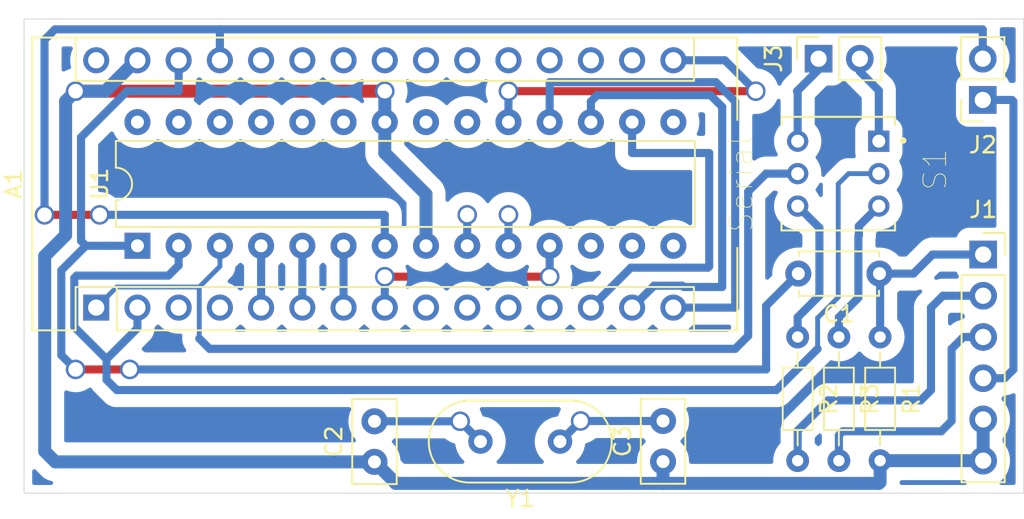
<source format=kicad_pcb>
(kicad_pcb (version 20240108) (generator "pcbnew") (generator_version "8.0")
  (layers (0 "F.Cu" signal) (31 "B.Cu" signal) (34 "B.Paste" user) (35 "F.Paste" user) (36 "B.SilkS" user "B.Silkscreen") (37 "F.SilkS" user "F.Silkscreen") (38 "B.Mask" user) (39 "F.Mask" user) (44 "Edge.Cuts" user))
  (net 0 "")
  (net 4 "Net-(A1-D5)")
  (net 6 "Net-(A1-D12)")
  (net 10 "Net-(A1-D13)")
  (net 12 "Net-(A1-D3)")
  (net 13 "Net-(A1-D4)")
  (net 14 "Net-(A1-D10)")
  (net 18 "Net-(A1-D11)")
  (net 19 "Net-(A1-D2)")
  (net 24 "/RX")
  (net 25 "/TX")
  (net 26 "/DTR")
  (net 27 "/+5v")
  (net 30 "Net-(U1-~{RESET}{slash}PC6)")
  (net 31 "Net-(A1-+5V)")
  (net 32 "GND")
  (net 33 "Net-(U1-XTAL1{slash}PB6)")
  (net 34 "Net-(U1-XTAL2{slash}PB7)")
  (net 35 "Net-(R2-Pad1)")
  (net 36 "Net-(R3-Pad1)")
  (net 49 "/RX0")
  (net 50 "/TX0")
  (net 51 "/RX1")
  (net 52 "/TX1")
  (footprint "Module:Arduino_Nano" (layer "F.Cu") (at 111.125 48.26 90)
    (property "Reference" "A1" (at 7.62 -5.08 90) (layer "F.SilkS"))
    (property "Value" "Arduino_Nano_v2.x")
    (fp_line (start 16.64 -3.94) (end -1.4 -3.94) (stroke (width 0.12)) (layer "F.SilkS"))
    (fp_line (start -1.4 -3.94) (end -1.4 -1.27) (stroke (width 0.12)) (layer "F.SilkS"))
    (fp_line (start 13.97 -1.27) (end 16.64 -1.27) (stroke (width 0.12)) (layer "F.SilkS"))
    (fp_line (start 13.97 -1.27) (end 13.97 36.83) (stroke (width 0.12)) (layer "F.SilkS"))
    (fp_line (start 1.27 -1.27) (end -1.4 -1.27) (stroke (width 0.12)) (layer "F.SilkS"))
    (fp_line (start 1.27 1.27) (end 1.27 -1.27) (stroke (width 0.12)) (layer "F.SilkS"))
    (fp_line (start 1.27 1.27) (end -1.4 1.27) (stroke (width 0.12)) (layer "F.SilkS"))
    (fp_line (start 1.27 1.27) (end 1.27 36.83) (stroke (width 0.12)) (layer "F.SilkS"))
    (fp_line (start -1.4 1.27) (end -1.4 39.5) (stroke (width 0.12)) (layer "F.SilkS"))
    (fp_line (start 13.97 36.83) (end 16.64 36.83) (stroke (width 0.12)) (layer "F.SilkS"))
    (fp_line (start 1.27 36.83) (end -1.4 36.83) (stroke (width 0.12)) (layer "F.SilkS"))
    (fp_line (start 16.64 39.5) (end 16.64 -3.94) (stroke (width 0.12)) (layer "F.SilkS"))
    (fp_line (start 16.64 39.5) (end 11.56 39.5) (stroke (width 0.12)) (layer "F.SilkS"))
    (fp_line (start -1.4 39.5) (end 3.68 39.5) (stroke (width 0.12)) (layer "F.SilkS"))
    (pad "1" thru_hole rect (at 0 0 90) (size 1.6 1.6) (drill 1) (layers "*.Cu" "*.Mask") (net 25 "/TX"))
    (pad "2" thru_hole oval (at 0 2.54 90) (size 1.6 1.6) (drill 1) (layers "*.Cu" "*.Mask") (net 24 "/RX"))
    (pad "3" thru_hole oval (at 0 5.08 90) (size 1.6 1.6) (drill 1) (layers "*.Cu" "*.Mask"))
    (pad "4" thru_hole oval (at 0 7.62 90) (size 1.6 1.6) (drill 1) (layers "*.Cu" "*.Mask"))
    (pad "5" thru_hole oval (at 0 10.16 90) (size 1.6 1.6) (drill 1) (layers "*.Cu" "*.Mask") (net 19 "Net-(A1-D2)"))
    (pad "6" thru_hole oval (at 0 12.7 90) (size 1.6 1.6) (drill 1) (layers "*.Cu" "*.Mask") (net 12 "Net-(A1-D3)"))
    (pad "7" thru_hole oval (at 0 15.24 90) (size 1.6 1.6) (drill 1) (layers "*.Cu" "*.Mask") (net 13 "Net-(A1-D4)"))
    (pad "8" thru_hole oval (at 0 17.78 90) (size 1.6 1.6) (drill 1) (layers "*.Cu" "*.Mask") (net 4 "Net-(A1-D5)"))
    (pad "9" thru_hole oval (at 0 20.32 90) (size 1.6 1.6) (drill 1) (layers "*.Cu" "*.Mask"))
    (pad "10" thru_hole oval (at 0 22.86 90) (size 1.6 1.6) (drill 1) (layers "*.Cu" "*.Mask"))
    (pad "11" thru_hole oval (at 0 25.4 90) (size 1.6 1.6) (drill 1) (layers "*.Cu" "*.Mask"))
    (pad "12" thru_hole oval (at 0 27.94 90) (size 1.6 1.6) (drill 1) (layers "*.Cu" "*.Mask"))
    (pad "13" thru_hole oval (at 0 30.48 90) (size 1.6 1.6) (drill 1) (layers "*.Cu" "*.Mask") (net 14 "Net-(A1-D10)"))
    (pad "14" thru_hole oval (at 0 33.02 90) (size 1.6 1.6) (drill 1) (layers "*.Cu" "*.Mask") (net 18 "Net-(A1-D11)"))
    (pad "15" thru_hole oval (at 0 35.56 90) (size 1.6 1.6) (drill 1) (layers "*.Cu" "*.Mask") (net 6 "Net-(A1-D12)"))
    (pad "16" thru_hole oval (at 15.24 35.56 90) (size 1.6 1.6) (drill 1) (layers "*.Cu" "*.Mask") (net 10 "Net-(A1-D13)"))
    (pad "17" thru_hole oval (at 15.24 33.02 90) (size 1.6 1.6) (drill 1) (layers "*.Cu" "*.Mask"))
    (pad "18" thru_hole oval (at 15.24 30.48 90) (size 1.6 1.6) (drill 1) (layers "*.Cu" "*.Mask"))
    (pad "19" thru_hole oval (at 15.24 27.94 90) (size 1.6 1.6) (drill 1) (layers "*.Cu" "*.Mask"))
    (pad "20" thru_hole oval (at 15.24 25.4 90) (size 1.6 1.6) (drill 1) (layers "*.Cu" "*.Mask"))
    (pad "21" thru_hole oval (at 15.24 22.86 90) (size 1.6 1.6) (drill 1) (layers "*.Cu" "*.Mask"))
    (pad "22" thru_hole oval (at 15.24 20.32 90) (size 1.6 1.6) (drill 1) (layers "*.Cu" "*.Mask"))
    (pad "23" thru_hole oval (at 15.24 17.78 90) (size 1.6 1.6) (drill 1) (layers "*.Cu" "*.Mask"))
    (pad "24" thru_hole oval (at 15.24 15.24 90) (size 1.6 1.6) (drill 1) (layers "*.Cu" "*.Mask"))
    (pad "25" thru_hole oval (at 15.24 12.7 90) (size 1.6 1.6) (drill 1) (layers "*.Cu" "*.Mask"))
    (pad "26" thru_hole oval (at 15.24 10.16 90) (size 1.6 1.6) (drill 1) (layers "*.Cu" "*.Mask"))
    (pad "27" thru_hole oval (at 15.24 7.62 90) (size 1.6 1.6) (drill 1) (layers "*.Cu" "*.Mask") (net 31 "Net-(A1-+5V)"))
    (pad "28" thru_hole oval (at 15.24 5.08 90) (size 1.6 1.6) (drill 1) (layers "*.Cu" "*.Mask") (net 30 "Net-(U1-~{RESET}{slash}PC6)"))
    (pad "29" thru_hole oval (at 15.24 2.54 90) (size 1.6 1.6) (drill 1) (layers "*.Cu" "*.Mask") (net 32 "GND"))
    (pad "30" thru_hole oval (at 15.24 0 90) (size 1.6 1.6) (drill 1) (layers "*.Cu" "*.Mask"))
  )
  (footprint "Capacitor_THT:C_Disc_D5.0mm_W2.5mm_P2.50mm" (layer "F.Cu") (at 128.27 57.765 90)
    (property "Reference" "C2" (at 1.25 -2.5 90) (layer "F.SilkS"))
    (property "Value" "22")
    (fp_line (start 3.87 -1.37) (end 3.87 1.37) (stroke (width 0.12)) (layer "F.SilkS"))
    (fp_line (start -1.37 -1.37) (end 3.87 -1.37) (stroke (width 0.12)) (layer "F.SilkS"))
    (fp_line (start -1.37 -1.37) (end -1.37 1.37) (stroke (width 0.12)) (layer "F.SilkS"))
    (fp_line (start -1.37 1.37) (end 3.87 1.37) (stroke (width 0.12)) (layer "F.SilkS"))
    (pad "1" thru_hole circle (at 0 0 90) (size 1.6 1.6) (drill 0.8) (layers "*.Cu" "*.Mask") (net 32 "GND"))
    (pad "2" thru_hole circle (at 2.5 0 90) (size 1.6 1.6) (drill 0.8) (layers "*.Cu" "*.Mask") (net 33 "Net-(U1-XTAL1{slash}PB6)"))
  )
  (footprint "Resistor_THT:R_Axial_DIN0204_L3.6mm_D1.6mm_P7.62mm_Horizontal" (layer "F.Cu") (at 154.345 50.07 -90)
    (property "Reference" "R2" (at 3.81 -1.92 90) (layer "F.SilkS"))
    (property "Value" "330")
    (fp_line (start 1.89 0.92) (end 5.73 0.92) (stroke (width 0.12)) (layer "F.SilkS"))
    (fp_line (start 5.73 0.92) (end 5.73 -0.92) (stroke (width 0.12)) (layer "F.SilkS"))
    (fp_line (start 0.94 0) (end 1.89 0) (stroke (width 0.12)) (layer "F.SilkS"))
    (fp_line (start 6.68 0) (end 5.73 0) (stroke (width 0.12)) (layer "F.SilkS"))
    (fp_line (start 1.89 -0.92) (end 1.89 0.92) (stroke (width 0.12)) (layer "F.SilkS"))
    (fp_line (start 5.73 -0.92) (end 1.89 -0.92) (stroke (width 0.12)) (layer "F.SilkS"))
    (pad "1" thru_hole circle (at 0 0 270) (size 1.4 1.4) (drill 0.7) (layers "*.Cu" "*.Mask") (net 35 "Net-(R2-Pad1)"))
    (pad "2" thru_hole oval (at 7.62 0 270) (size 1.4 1.4) (drill 0.7) (layers "*.Cu" "*.Mask") (net 52 "/TX1"))
  )
  (footprint "Resistor_THT:R_Axial_DIN0204_L3.6mm_D1.6mm_P7.62mm_Horizontal" (layer "F.Cu") (at 159.425 50.07 -90)
    (property "Reference" "R1" (at 3.81 -1.92 90) (layer "F.SilkS"))
    (property "Value" "1k")
    (fp_line (start 1.89 0.92) (end 5.73 0.92) (stroke (width 0.12)) (layer "F.SilkS"))
    (fp_line (start 5.73 0.92) (end 5.73 -0.92) (stroke (width 0.12)) (layer "F.SilkS"))
    (fp_line (start 0.94 0) (end 1.89 0) (stroke (width 0.12)) (layer "F.SilkS"))
    (fp_line (start 6.68 0) (end 5.73 0) (stroke (width 0.12)) (layer "F.SilkS"))
    (fp_line (start 1.89 -0.92) (end 1.89 0.92) (stroke (width 0.12)) (layer "F.SilkS"))
    (fp_line (start 5.73 -0.92) (end 1.89 -0.92) (stroke (width 0.12)) (layer "F.SilkS"))
    (pad "1" thru_hole circle (at 0 0 270) (size 1.4 1.4) (drill 0.7) (layers "*.Cu" "*.Mask") (net 26 "/DTR"))
    (pad "2" thru_hole oval (at 7.62 0 270) (size 1.4 1.4) (drill 0.7) (layers "*.Cu" "*.Mask") (net 32 "GND"))
  )
  (footprint "Crystal:Crystal_HC18-U_Vertical" (layer "F.Cu") (at 139.7 56.515 180)
    (property "Reference" "Y1" (at 2.45 -3.525 0) (layer "F.SilkS"))
    (property "Value" "16MHz")
    (fp_line (start -0.675 2.525) (end 5.575 2.525) (stroke (width 0.12)) (layer "F.SilkS"))
    (fp_line (start -0.675 -2.525) (end 5.575 -2.525) (stroke (width 0.12)) (layer "F.SilkS"))
    (fp_arc (start 5.575 -2.525) (mid 8.1 0) (end 5.575 2.525) (stroke (width 0.12)) (layer "F.SilkS"))
    (fp_arc (start -0.675 2.525) (mid -3.2 0) (end -0.675 -2.525) (stroke (width 0.12)) (layer "F.SilkS"))
    (pad "1" thru_hole circle (at 0 0 180) (size 1.5 1.5) (drill 0.8) (layers "*.Cu" "*.Mask") (net 34 "Net-(U1-XTAL2{slash}PB7)"))
    (pad "2" thru_hole circle (at 4.9 0 180) (size 1.5 1.5) (drill 0.8) (layers "*.Cu" "*.Mask") (net 33 "Net-(U1-XTAL1{slash}PB6)"))
  )
  (footprint "Capacitor_THT:C_Disc_D5.0mm_W2.5mm_P2.50mm" (layer "F.Cu") (at 146.05 57.745 90)
    (property "Reference" "C3" (at 1.25 -2.5 90) (layer "F.SilkS"))
    (property "Value" "22")
    (fp_line (start 3.87 -1.37) (end 3.87 1.37) (stroke (width 0.12)) (layer "F.SilkS"))
    (fp_line (start -1.37 -1.37) (end 3.87 -1.37) (stroke (width 0.12)) (layer "F.SilkS"))
    (fp_line (start -1.37 -1.37) (end -1.37 1.37) (stroke (width 0.12)) (layer "F.SilkS"))
    (fp_line (start -1.37 1.37) (end 3.87 1.37) (stroke (width 0.12)) (layer "F.SilkS"))
    (pad "1" thru_hole circle (at 0 0 90) (size 1.6 1.6) (drill 0.8) (layers "*.Cu" "*.Mask") (net 32 "GND"))
    (pad "2" thru_hole circle (at 2.5 0 90) (size 1.6 1.6) (drill 0.8) (layers "*.Cu" "*.Mask") (net 34 "Net-(U1-XTAL2{slash}PB7)"))
  )
  (footprint "Connector_PinSocket_2.54mm:PinSocket_1x02_P2.54mm_Vertical" (layer "F.Cu") (at 165.75 35.465 180)
    (property "Reference" "J2" (at 0 -2.77 0) (layer "F.SilkS"))
    (property "Value" "VCC")
    (fp_line (start 1.33 1.27) (end 1.33 3.87) (stroke (width 0.12)) (layer "F.SilkS"))
    (fp_line (start 1.33 -1.33) (end 1.33 0) (stroke (width 0.12)) (layer "F.SilkS"))
    (fp_line (start 0 -1.33) (end 1.33 -1.33) (stroke (width 0.12)) (layer "F.SilkS"))
    (fp_line (start -1.33 3.87) (end 1.33 3.87) (stroke (width 0.12)) (layer "F.SilkS"))
    (fp_line (start -1.33 1.27) (end 1.33 1.27) (stroke (width 0.12)) (layer "F.SilkS"))
    (fp_line (start -1.33 1.27) (end -1.33 3.87) (stroke (width 0.12)) (layer "F.SilkS"))
    (pad "1" thru_hole rect (at 0 0 180) (size 1.7 1.7) (drill 1) (layers "*.Cu" "*.Mask") (net 27 "/+5v"))
    (pad "2" thru_hole oval (at 0 2.54 180) (size 1.7 1.7) (drill 1) (layers "*.Cu" "*.Mask") (net 31 "Net-(A1-+5V)"))
  )
  (footprint "Connector_PinSocket_2.54mm:PinSocket_1x06_P2.54mm_Vertical" (layer "F.Cu") (at 165.775 44.99)
    (property "Reference" "J1" (at 0 -2.77 0) (layer "F.SilkS"))
    (property "Value" "FTDI")
    (fp_line (start -1.33 1.27) (end -1.33 14.03) (stroke (width 0.12)) (layer "F.SilkS"))
    (fp_line (start -1.33 1.27) (end 1.33 1.27) (stroke (width 0.12)) (layer "F.SilkS"))
    (fp_line (start -1.33 14.03) (end 1.33 14.03) (stroke (width 0.12)) (layer "F.SilkS"))
    (fp_line (start 0 -1.33) (end 1.33 -1.33) (stroke (width 0.12)) (layer "F.SilkS"))
    (fp_line (start 1.33 -1.33) (end 1.33 0) (stroke (width 0.12)) (layer "F.SilkS"))
    (fp_line (start 1.33 1.27) (end 1.33 14.03) (stroke (width 0.12)) (layer "F.SilkS"))
    (pad "1" thru_hole rect (at 0 0) (size 1.7 1.7) (drill 1) (layers "*.Cu" "*.Mask") (net 26 "/DTR"))
    (pad "2" thru_hole oval (at 0 2.54) (size 1.7 1.7) (drill 1) (layers "*.Cu" "*.Mask") (net 52 "/TX1"))
    (pad "3" thru_hole oval (at 0 5.08) (size 1.7 1.7) (drill 1) (layers "*.Cu" "*.Mask") (net 51 "/RX1"))
    (pad "4" thru_hole oval (at 0 7.62) (size 1.7 1.7) (drill 1) (layers "*.Cu" "*.Mask") (net 27 "/+5v"))
    (pad "5" thru_hole oval (at 0 10.16) (size 1.7 1.7) (drill 1) (layers "*.Cu" "*.Mask") (net 32 "GND"))
    (pad "6" thru_hole oval (at 0 12.7) (size 1.7 1.7) (drill 1) (layers "*.Cu" "*.Mask") (net 32 "GND"))
  )
  (footprint "rc6502_pico_adapter:SW_TL2230OAF140" (layer "F.Cu") (at 156.845 40.005 -90)
    (property "Reference" "S1" (at -0.254 -5.969 90) (layer "F.SilkS") (effects (font (size 1.4 1.4) (thickness 0.05))))
    (property "Value" "Serial" (at 0.635 5.969 90) (layer "F.SilkS") (effects (font (size 1.4 1.4) (thickness 0.05))))
    (fp_line (start -3.5 3.5) (end -3 3.5) (stroke (width 0.127)) (layer "F.SilkS"))
    (fp_line (start -3.5 3.5) (end -3.5 -3.5) (stroke (width 0.127)) (layer "F.SilkS"))
    (fp_line (start 3 3.5) (end 3.5 3.5) (stroke (width 0.127)) (layer "F.SilkS"))
    (fp_line (start -3.5 -3.5) (end -3 -3.5) (stroke (width 0.127)) (layer "F.SilkS"))
    (fp_line (start 3 -3.5) (end 3.5 -3.5) (stroke (width 0.127)) (layer "F.SilkS"))
    (fp_line (start 3.5 -3.5) (end 3.5 3.5) (stroke (width 0.127)) (layer "F.SilkS"))
    (fp_circle (center -2.04 -4) (end -1.94 -4) (stroke (width 0.2)) (fill none) (layer "F.SilkS"))
    (pad "1" thru_hole rect (at -2 -2.5 270) (size 1.308 1.308) (drill 0.8) (layers "*.Cu" "*.Mask") (net 49 "/RX0"))
    (pad "2" thru_hole circle (at 0 -2.5 270) (size 1.308 1.308) (drill 0.8) (layers "*.Cu" "*.Mask") (net 24 "/RX"))
    (pad "3" thru_hole circle (at 2 -2.5 270) (size 1.308 1.308) (drill 0.8) (layers "*.Cu" "*.Mask") (net 36 "Net-(R3-Pad1)"))
    (pad "4" thru_hole circle (at -2 2.5 270) (size 1.308 1.308) (drill 0.8) (layers "*.Cu" "*.Mask") (net 50 "/TX0"))
    (pad "5" thru_hole circle (at 0 2.5 270) (size 1.308 1.308) (drill 0.8) (layers "*.Cu" "*.Mask") (net 25 "/TX"))
    (pad "6" thru_hole circle (at 2 2.5 270) (size 1.308 1.308) (drill 0.8) (layers "*.Cu" "*.Mask") (net 35 "Net-(R2-Pad1)"))
  )
  (footprint "Resistor_THT:R_Axial_DIN0204_L3.6mm_D1.6mm_P7.62mm_Horizontal" (layer "F.Cu") (at 156.885 50.07 -90)
    (property "Reference" "R3" (at 3.81 -1.92 90) (layer "F.SilkS"))
    (property "Value" "330")
    (fp_line (start 1.89 0.92) (end 5.73 0.92) (stroke (width 0.12)) (layer "F.SilkS"))
    (fp_line (start 5.73 0.92) (end 5.73 -0.92) (stroke (width 0.12)) (layer "F.SilkS"))
    (fp_line (start 0.94 0) (end 1.89 0) (stroke (width 0.12)) (layer "F.SilkS"))
    (fp_line (start 6.68 0) (end 5.73 0) (stroke (width 0.12)) (layer "F.SilkS"))
    (fp_line (start 1.89 -0.92) (end 1.89 0.92) (stroke (width 0.12)) (layer "F.SilkS"))
    (fp_line (start 5.73 -0.92) (end 1.89 -0.92) (stroke (width 0.12)) (layer "F.SilkS"))
    (pad "1" thru_hole circle (at 0 0 270) (size 1.4 1.4) (drill 0.7) (layers "*.Cu" "*.Mask") (net 36 "Net-(R3-Pad1)"))
    (pad "2" thru_hole oval (at 7.62 0 270) (size 1.4 1.4) (drill 0.7) (layers "*.Cu" "*.Mask") (net 51 "/RX1"))
  )
  (footprint "Package_DIP:DIP-28_W7.62mm" (layer "F.Cu") (at 113.665 44.45 90)
    (property "Reference" "U1" (at 3.81 -2.33 90) (layer "F.SilkS"))
    (property "Value" "ATmega328P-P")
    (fp_line (start 6.46 -1.33) (end 4.81 -1.33) (stroke (width 0.12)) (layer "F.SilkS"))
    (fp_line (start 2.81 -1.33) (end 1.16 -1.33) (stroke (width 0.12)) (layer "F.SilkS"))
    (fp_line (start 1.16 -1.33) (end 1.16 34.35) (stroke (width 0.12)) (layer "F.SilkS"))
    (fp_line (start 6.46 34.35) (end 6.46 -1.33) (stroke (width 0.12)) (layer "F.SilkS"))
    (fp_line (start 1.16 34.35) (end 6.46 34.35) (stroke (width 0.12)) (layer "F.SilkS"))
    (fp_arc (start 4.81 -1.33) (mid 3.81 -0.33) (end 2.81 -1.33) (stroke (width 0.12)) (layer "F.SilkS"))
    (pad "1" thru_hole rect (at 0 0 90) (size 1.6 1.6) (drill 0.8) (layers "*.Cu" "*.Mask") (net 30 "Net-(U1-~{RESET}{slash}PC6)"))
    (pad "2" thru_hole oval (at 0 2.54 90) (size 1.6 1.6) (drill 0.8) (layers "*.Cu" "*.Mask") (net 24 "/RX"))
    (pad "3" thru_hole oval (at 0 5.08 90) (size 1.6 1.6) (drill 0.8) (layers "*.Cu" "*.Mask") (net 25 "/TX"))
    (pad "4" thru_hole oval (at 0 7.62 90) (size 1.6 1.6) (drill 0.8) (layers "*.Cu" "*.Mask") (net 19 "Net-(A1-D2)"))
    (pad "5" thru_hole oval (at 0 10.16 90) (size 1.6 1.6) (drill 0.8) (layers "*.Cu" "*.Mask") (net 12 "Net-(A1-D3)"))
    (pad "6" thru_hole oval (at 0 12.7 90) (size 1.6 1.6) (drill 0.8) (layers "*.Cu" "*.Mask") (net 13 "Net-(A1-D4)"))
    (pad "7" thru_hole oval (at 0 15.24 90) (size 1.6 1.6) (drill 0.8) (layers "*.Cu" "*.Mask") (net 31 "Net-(A1-+5V)"))
    (pad "8" thru_hole oval (at 0 17.78 90) (size 1.6 1.6) (drill 0.8) (layers "*.Cu" "*.Mask") (net 32 "GND"))
    (pad "9" thru_hole oval (at 0 20.32 90) (size 1.6 1.6) (drill 0.8) (layers "*.Cu" "*.Mask") (net 33 "Net-(U1-XTAL1{slash}PB6)"))
    (pad "10" thru_hole oval (at 0 22.86 90) (size 1.6 1.6) (drill 0.8) (layers "*.Cu" "*.Mask") (net 34 "Net-(U1-XTAL2{slash}PB7)"))
    (pad "11" thru_hole oval (at 0 25.4 90) (size 1.6 1.6) (drill 0.8) (layers "*.Cu" "*.Mask") (net 4 "Net-(A1-D5)"))
    (pad "12" thru_hole oval (at 0 27.94 90) (size 1.6 1.6) (drill 0.8) (layers "*.Cu" "*.Mask"))
    (pad "13" thru_hole oval (at 0 30.48 90) (size 1.6 1.6) (drill 0.8) (layers "*.Cu" "*.Mask"))
    (pad "14" thru_hole oval (at 0 33.02 90) (size 1.6 1.6) (drill 0.8) (layers "*.Cu" "*.Mask"))
    (pad "15" thru_hole oval (at 7.62 33.02 90) (size 1.6 1.6) (drill 0.8) (layers "*.Cu" "*.Mask"))
    (pad "16" thru_hole oval (at 7.62 30.48 90) (size 1.6 1.6) (drill 0.8) (layers "*.Cu" "*.Mask") (net 14 "Net-(A1-D10)"))
    (pad "17" thru_hole oval (at 7.62 27.94 90) (size 1.6 1.6) (drill 0.8) (layers "*.Cu" "*.Mask") (net 18 "Net-(A1-D11)"))
    (pad "18" thru_hole oval (at 7.62 25.4 90) (size 1.6 1.6) (drill 0.8) (layers "*.Cu" "*.Mask") (net 6 "Net-(A1-D12)"))
    (pad "19" thru_hole oval (at 7.62 22.86 90) (size 1.6 1.6) (drill 0.8) (layers "*.Cu" "*.Mask") (net 10 "Net-(A1-D13)"))
    (pad "20" thru_hole oval (at 7.62 20.32 90) (size 1.6 1.6) (drill 0.8) (layers "*.Cu" "*.Mask"))
    (pad "21" thru_hole oval (at 7.62 17.78 90) (size 1.6 1.6) (drill 0.8) (layers "*.Cu" "*.Mask"))
    (pad "22" thru_hole oval (at 7.62 15.24 90) (size 1.6 1.6) (drill 0.8) (layers "*.Cu" "*.Mask") (net 32 "GND"))
    (pad "23" thru_hole oval (at 7.62 12.7 90) (size 1.6 1.6) (drill 0.8) (layers "*.Cu" "*.Mask"))
    (pad "24" thru_hole oval (at 7.62 10.16 90) (size 1.6 1.6) (drill 0.8) (layers "*.Cu" "*.Mask"))
    (pad "25" thru_hole oval (at 7.62 7.62 90) (size 1.6 1.6) (drill 0.8) (layers "*.Cu" "*.Mask"))
    (pad "26" thru_hole oval (at 7.62 5.08 90) (size 1.6 1.6) (drill 0.8) (layers "*.Cu" "*.Mask"))
    (pad "27" thru_hole oval (at 7.62 2.54 90) (size 1.6 1.6) (drill 0.8) (layers "*.Cu" "*.Mask"))
    (pad "28" thru_hole oval (at 7.62 0 90) (size 1.6 1.6) (drill 0.8) (layers "*.Cu" "*.Mask"))
  )
  (footprint "Connector_PinSocket_2.54mm:PinSocket_1x02_P2.54mm_Vertical" (layer "F.Cu") (at 155.635 32.925 90)
    (property "Reference" "J3" (at 0 -2.77 90) (layer "F.SilkS"))
    (property "Value" "Term")
    (fp_line (start 1.33 -1.33) (end 1.33 0) (stroke (width 0.12)) (layer "F.SilkS"))
    (fp_line (start 0 -1.33) (end 1.33 -1.33) (stroke (width 0.12)) (layer "F.SilkS"))
    (fp_line (start 1.33 1.27) (end 1.33 3.87) (stroke (width 0.12)) (layer "F.SilkS"))
    (fp_line (start -1.33 1.27) (end 1.33 1.27) (stroke (width 0.12)) (layer "F.SilkS"))
    (fp_line (start -1.33 1.27) (end -1.33 3.87) (stroke (width 0.12)) (layer "F.SilkS"))
    (fp_line (start -1.33 3.87) (end 1.33 3.87) (stroke (width 0.12)) (layer "F.SilkS"))
    (pad "1" thru_hole rect (at 0 0 90) (size 1.7 1.7) (drill 1) (layers "*.Cu" "*.Mask") (net 50 "/TX0"))
    (pad "2" thru_hole oval (at 0 2.54 90) (size 1.7 1.7) (drill 1) (layers "*.Cu" "*.Mask") (net 49 "/RX0"))
  )
  (footprint "Capacitor_THT:C_Disc_D4.7mm_W2.5mm_P5.00mm" (layer "F.Cu") (at 159.385 46.165 180)
    (property "Reference" "C1" (at 2.5 -2.5 0) (layer "F.SilkS"))
    (property "Value" "100nF")
    (fp_line (start 4.97 1.055) (end 4.97 1.37) (stroke (width 0.12)) (layer "F.SilkS"))
    (fp_line (start 4.97 -1.37) (end 4.97 -1.055) (stroke (width 0.12)) (layer "F.SilkS"))
    (fp_line (start 0.03 1.37) (end 4.97 1.37) (stroke (width 0.12)) (layer "F.SilkS"))
    (fp_line (start 0.03 1.055) (end 0.03 1.37) (stroke (width 0.12)) (layer "F.SilkS"))
    (fp_line (start 0.03 -1.37) (end 4.97 -1.37) (stroke (width 0.12)) (layer "F.SilkS"))
    (fp_line (start 0.03 -1.37) (end 0.03 -1.055) (stroke (width 0.12)) (layer "F.SilkS"))
    (pad "1" thru_hole circle (at 0 0 180) (size 1.6 1.6) (drill 0.8) (layers "*.Cu" "*.Mask") (net 26 "/DTR"))
    (pad "2" thru_hole circle (at 5 0 180) (size 1.6 1.6) (drill 0.8) (layers "*.Cu" "*.Mask") (net 30 "Net-(U1-~{RESET}{slash}PC6)"))
  )
  (gr_line (start 168.275 30.48) (end 106.68 30.48) (stroke (width 0.05)) (layer "Edge.Cuts"))
  (gr_line (start 106.68 30.48) (end 106.68 59.69) (stroke (width 0.05)) (layer "Edge.Cuts"))
  (gr_line (start 106.68 59.69) (end 168.275 59.69) (stroke (width 0.05)) (layer "Edge.Cuts"))
  (gr_line (start 168.275 59.69) (end 168.275 30.48) (stroke (width 0.05)) (layer "Edge.Cuts"))
  (segment (start 128.905 46.355) (end 139.065 46.355) (width 0.5) (layer "F.Cu") (net 4))
  (via (at 139.065 46.355) (size 1.2) (drill 0.9) (layers "F.Cu" "B.Cu") (net 4))
  (via (at 128.905 46.355) (size 1.2) (drill 0.9) (layers "F.Cu" "B.Cu") (net 4))
  (segment (start 128.905 48.26) (end 128.905 46.355) (width 0.5) (layer "B.Cu") (net 4))
  (segment (start 139.065 46.355) (end 139.065 44.45) (width 0.5) (layer "B.Cu") (net 4))
  (segment (start 150.495 35.56) (end 150.495 48.26) (width 0.5) (layer "B.Cu") (net 6))
  (segment (start 139.065 36.83) (end 139.065 34.37) (width 0.5) (layer "B.Cu") (net 6))
  (segment (start 139.065 34.37) (end 149.305 34.37) (width 0.5) (layer "B.Cu") (net 6))
  (segment (start 150.495 48.26) (end 146.685 48.26) (width 0.5) (layer "B.Cu") (net 6))
  (segment (start 149.305 34.37) (end 150.495 35.56) (width 0.5) (layer "B.Cu") (net 6))
  (segment (start 151.765 34.925) (end 136.525 34.925) (width 0.5) (layer "F.Cu") (net 10))
  (via (at 151.765 34.925) (size 1.2) (drill 0.9) (layers "F.Cu" "B.Cu") (net 10))
  (via (at 136.525 34.925) (size 1.2) (drill 0.9) (layers "F.Cu" "B.Cu") (net 10))
  (segment (start 151.765 34.925) (end 149.86 33.02) (width 0.5) (layer "B.Cu") (net 10))
  (segment (start 149.86 33.02) (end 146.685 33.02) (width 0.5) (layer "B.Cu") (net 10))
  (segment (start 136.525 36.83) (end 136.525 34.925) (width 0.5) (layer "B.Cu") (net 10))
  (segment (start 123.825 48.26) (end 123.825 44.45) (width 0.5) (layer "B.Cu") (net 12))
  (segment (start 126.365 48.26) (end 126.365 44.45) (width 0.5) (layer "B.Cu") (net 13))
  (segment (start 141.605 48.26) (end 144.065 45.8) (width 0.5) (layer "B.Cu") (net 14))
  (segment (start 148.895 38.735) (end 144.145 38.735) (width 0.5) (layer "B.Cu") (net 14))
  (segment (start 148.895 45.72) (end 148.895 38.735) (width 0.5) (layer "B.Cu") (net 14))
  (segment (start 144.065 45.8) (end 148.815 45.8) (width 0.5) (layer "B.Cu") (net 14))
  (segment (start 148.815 45.8) (end 148.895 45.72) (width 0.5) (layer "B.Cu") (net 14))
  (segment (start 144.145 38.735) (end 144.145 36.83) (width 0.5) (layer "B.Cu") (net 14))
  (segment (start 141.995 35.17) (end 148.97363 35.17) (width 0.5) (layer "B.Cu") (net 18))
  (segment (start 149.695 35.89137) (end 149.695 46.99) (width 0.5) (layer "B.Cu") (net 18))
  (segment (start 147.324189 46.99) (end 147.244189 46.91) (width 0.5) (layer "B.Cu") (net 18))
  (segment (start 147.244189 46.91) (end 145.495 46.91) (width 0.5) (layer "B.Cu") (net 18))
  (segment (start 149.695 46.99) (end 147.324189 46.99) (width 0.5) (layer "B.Cu") (net 18))
  (segment (start 141.605 35.56) (end 141.995 35.17) (width 0.5) (layer "B.Cu") (net 18))
  (segment (start 145.495 46.91) (end 144.145 48.26) (width 0.5) (layer "B.Cu") (net 18))
  (segment (start 141.605 36.83) (end 141.605 35.56) (width 0.5) (layer "B.Cu") (net 18))
  (segment (start 148.97363 35.17) (end 149.695 35.89137) (width 0.5) (layer "B.Cu") (net 18))
  (segment (start 121.285 48.26) (end 121.285 44.45) (width 0.5) (layer "B.Cu") (net 19))
  (segment (start 116.205 45.085) (end 116.205 44.45) (width 0.5) (layer "B.Cu") (net 24))
  (segment (start 112.395 53.34) (end 153.035 53.34) (width 0.5) (layer "B.Cu") (net 24))
  (segment (start 111.76 51.435) (end 111.76 52.705) (width 0.5) (layer "B.Cu") (net 24))
  (segment (start 109.775 46.435) (end 109.775 49.45) (width 0.5) (layer "B.Cu") (net 24))
  (segment (start 113.665 48.26) (end 113.665 49.53) (width 0.5) (layer "B.Cu") (net 24))
  (segment (start 113.665 49.53) (end 111.76 51.435) (width 0.5) (layer "B.Cu") (net 24))
  (segment (start 156.845 40.64) (end 157.48 40.005) (width 0.3) (layer "B.Cu") (net 24))
  (segment (start 116.205 45.655) (end 115.57 46.29) (width 0.5) (layer "B.Cu") (net 24))
  (segment (start 109.92 46.29) (end 109.775 46.435) (width 0.5) (layer "B.Cu") (net 24))
  (segment (start 155.205 51.17) (end 155.575 50.8) (width 0.3) (layer "B.Cu") (net 24))
  (segment (start 153.035 53.34) (end 155.575 50.8) (width 0.5) (layer "B.Cu") (net 24))
  (segment (start 111.76 52.705) (end 112.395 53.34) (width 0.5) (layer "B.Cu") (net 24))
  (segment (start 116.205 44.45) (end 116.205 45.655) (width 0.5) (layer "B.Cu") (net 24))
  (segment (start 157.48 40.005) (end 159.345 40.005) (width 0.3) (layer "B.Cu") (net 24))
  (segment (start 155.575 48.895) (end 156.845 47.625) (width 0.3) (layer "B.Cu") (net 24))
  (segment (start 156.845 47.625) (end 156.845 40.64) (width 0.3) (layer "B.Cu") (net 24))
  (segment (start 115.57 46.29) (end 109.92 46.29) (width 0.5) (layer "B.Cu") (net 24))
  (segment (start 109.775 49.45) (end 111.76 51.435) (width 0.5) (layer "B.Cu") (net 24))
  (segment (start 155.575 50.8) (end 155.575 48.895) (width 0.3) (layer "B.Cu") (net 24))
  (segment (start 112.395 46.99) (end 117.475 46.99) (width 0.3) (layer "B.Cu") (net 25))
  (segment (start 152.4 40.005) (end 154.345 40.005) (width 0.5) (layer "B.Cu") (net 25))
  (segment (start 111.125 48.26) (end 112.395 46.99) (width 0.3) (layer "B.Cu") (net 25))
  (segment (start 117.475 46.99) (end 117.475 50.165) (width 0.3) (layer "B.Cu") (net 25))
  (segment (start 151.295 41.11) (end 152.4 40.005) (width 0.5) (layer "B.Cu") (net 25))
  (segment (start 150.495 50.8) (end 151.295 50) (width 0.5) (layer "B.Cu") (net 25))
  (segment (start 117.475 50.165) (end 118.11 50.8) (width 0.5) (layer "B.Cu") (net 25))
  (segment (start 117.475 46.99) (end 118.745 45.72) (width 0.3) (layer "B.Cu") (net 25))
  (segment (start 118.745 45.089189) (end 118.745 44.45) (width 0.5) (layer "B.Cu") (net 25))
  (segment (start 118.11 50.8) (end 150.495 50.8) (width 0.5) (layer "B.Cu") (net 25))
  (segment (start 118.745 45.72) (end 118.745 44.45) (width 0.3) (layer "B.Cu") (net 25))
  (segment (start 151.295 50) (end 151.295 41.11) (width 0.5) (layer "B.Cu") (net 25))
  (segment (start 162.655 44.99) (end 165.775 44.99) (width 0.5) (layer "B.Cu") (net 26))
  (segment (start 159.425 46.205) (end 159.385 46.165) (width 0.5) (layer "B.Cu") (net 26))
  (segment (start 159.425 50.07) (end 159.425 46.205) (width 0.5) (layer "B.Cu") (net 26))
  (segment (start 159.385 46.165) (end 161.48 46.165) (width 0.5) (layer "B.Cu") (net 26))
  (segment (start 161.48 46.165) (end 162.655 44.99) (width 0.5) (layer "B.Cu") (net 26))
  (segment (start 165.775 52.61) (end 167.1 52.61) (width 0.5) (layer "B.Cu") (net 27))
  (segment (start 167.1 52.61) (end 167.64 52.07) (width 0.5) (layer "B.Cu") (net 27))
  (segment (start 167.545 35.465) (end 165.75 35.465) (width 0.5) (layer "B.Cu") (net 27))
  (segment (start 167.64 52.07) (end 167.64 35.56) (width 0.5) (layer "B.Cu") (net 27))
  (segment (start 167.64 35.56) (end 167.545 35.465) (width 0.5) (layer "B.Cu") (net 27))
  (segment (start 109.855 52.07) (end 113.195 52.07) (width 0.5) (layer "F.Cu") (net 30))
  (via (at 109.855 52.07) (size 1.2) (drill 0.9) (layers "F.Cu" "B.Cu") (net 30))
  (via (at 113.195 52.07) (size 1.2) (drill 0.9) (layers "F.Cu" "B.Cu") (net 30))
  (segment (start 152.4 52.07) (end 113.195 52.07) (width 0.5) (layer "B.Cu") (net 30))
  (segment (start 116.205 34.925) (end 116.205 33.02) (width 0.5) (layer "B.Cu") (net 30))
  (segment (start 110.189924 37.765076) (end 113.03 34.925) (width 0.5) (layer "B.Cu") (net 30))
  (segment (start 113.665 44.45) (end 111.76 44.45) (width 0.5) (layer "B.Cu") (net 30))
  (segment (start 108.975 45.965) (end 108.975 51.19) (width 0.5) (layer "B.Cu") (net 30))
  (segment (start 108.975 51.19) (end 109.855 52.07) (width 0.5) (layer "B.Cu") (net 30))
  (segment (start 110.49 44.45) (end 108.975 45.965) (width 0.5) (layer "B.Cu") (net 30))
  (segment (start 113.03 34.925) (end 116.205 34.925) (width 0.5) (layer "B.Cu") (net 30))
  (segment (start 154.385 46.165) (end 152.4 48.15) (width 0.5) (layer "B.Cu") (net 30))
  (segment (start 110.189924 44.149924) (end 110.189924 37.765076) (width 0.5) (layer "B.Cu") (net 30))
  (segment (start 152.4 48.15) (end 152.4 52.07) (width 0.5) (layer "B.Cu") (net 30))
  (segment (start 110.49 44.45) (end 110.189924 44.149924) (width 0.5) (layer "B.Cu") (net 30))
  (segment (start 111.76 44.45) (end 110.49 44.45) (width 0.5) (layer "B.Cu") (net 30))
  (segment (start 111.339924 42.545) (end 107.939924 42.545) (width 0.5) (layer "F.Cu") (net 31))
  (via (at 111.339924 42.545) (size 1.2) (drill 0.9) (layers "F.Cu" "B.Cu") (net 31))
  (via (at 107.939924 42.545) (size 1.2) (drill 0.9) (layers "F.Cu" "B.Cu") (net 31))
  (segment (start 107.939924 31.760076) (end 108.585 31.115) (width 0.5) (layer "B.Cu") (net 31))
  (segment (start 165.735 31.115) (end 118.745 31.115) (width 0.5) (layer "B.Cu") (net 31))
  (segment (start 128.905 42.545) (end 111.125 42.545) (width 0.5) (layer "B.Cu") (net 31))
  (segment (start 165.75 31.13) (end 165.735 31.115) (width 0.5) (layer "B.Cu") (net 31))
  (segment (start 108.585 31.115) (end 118.745 31.115) (width 0.5) (layer "B.Cu") (net 31))
  (segment (start 128.905 44.45) (end 128.905 42.545) (width 0.5) (layer "B.Cu") (net 31))
  (segment (start 107.939924 42.545) (end 107.939924 31.760076) (width 0.5) (layer "B.Cu") (net 31))
  (segment (start 165.75 32.925) (end 165.75 31.13) (width 0.5) (layer "B.Cu") (net 31))
  (segment (start 111.125 42.545) (end 111.125 42.545001) (width 0.5) (layer "B.Cu") (net 31))
  (segment (start 118.745 31.115) (end 118.745 33.02) (width 0.5) (layer "B.Cu") (net 31))
  (segment (start 128.905 34.925) (end 109.855 34.925) (width 0.8) (layer "F.Cu") (net 32))
  (via (at 128.905 34.925) (size 1.2) (drill 0.9) (layers "F.Cu" "B.Cu") (net 32))
  (via (at 109.855 34.925) (size 1.2) (drill 0.9) (layers "F.Cu" "B.Cu") (net 32))
  (segment (start 165.775 57.69) (end 165.775 55.15) (width 0.8) (layer "B.Cu") (net 32))
  (segment (start 128.905 36.83) (end 128.905 38.735) (width 0.8) (layer "B.Cu") (net 32))
  (segment (start 159.425 59.015) (end 159.425 57.69) (width 0.8) (layer "B.Cu") (net 32))
  (segment (start 109.239924 43.795076) (end 107.95 45.085) (width 0.8) (layer "B.Cu") (net 32))
  (segment (start 128.905 36.83) (end 128.905 34.925) (width 0.8) (layer "B.Cu") (net 32))
  (segment (start 113.591498 33.02) (end 113.665 33.02) (width 0.8) (layer "B.Cu") (net 32))
  (segment (start 109.855 34.925) (end 111.686498 34.925) (width 0.8) (layer "B.Cu") (net 32))
  (segment (start 146.05 59.09) (end 159.35 59.09) (width 0.8) (layer "B.Cu") (net 32))
  (segment (start 111.686498 34.925) (end 113.591498 33.02) (width 0.8) (layer "B.Cu") (net 32))
  (segment (start 129.54 59.055) (end 129.575 59.09) (width 0.8) (layer "B.Cu") (net 32))
  (segment (start 159.35 59.09) (end 159.425 59.015) (width 0.8) (layer "B.Cu") (net 32))
  (segment (start 131.445 41.275) (end 131.445 44.45) (width 0.8) (layer "B.Cu") (net 32))
  (segment (start 109.855 34.925) (end 109.239924 35.540076) (width 0.8) (layer "B.Cu") (net 32))
  (segment (start 109.239924 35.540076) (end 109.239924 43.795076) (width 0.8) (layer "B.Cu") (net 32))
  (segment (start 146.05 59.09) (end 146.05 57.745) (width 0.8) (layer "B.Cu") (net 32))
  (segment (start 107.95 45.085) (end 107.95 57.11) (width 0.8) (layer "B.Cu") (net 32))
  (segment (start 107.95 57.11) (end 108.605 57.765) (width 0.8) (layer "B.Cu") (net 32))
  (segment (start 159.425 57.69) (end 165.775 57.69) (width 0.8) (layer "B.Cu") (net 32))
  (segment (start 129.54 59.035) (end 129.54 59.055) (width 0.8) (layer "B.Cu") (net 32))
  (segment (start 128.27 57.765) (end 129.54 59.035) (width 0.8) (layer "B.Cu") (net 32))
  (segment (start 128.905 38.735) (end 131.445 41.275) (width 0.8) (layer "B.Cu") (net 32))
  (segment (start 108.605 57.765) (end 128.27 57.765) (width 0.8) (layer "B.Cu") (net 32))
  (segment (start 129.575 59.09) (end 146.05 59.09) (width 0.8) (layer "B.Cu") (net 32))
  (via (at 133.985 42.545) (size 1.2) (drill 0.9) (layers "F.Cu" "B.Cu") (net 33))
  (via (at 133.55 55.265) (size 1.2) (drill 0.9) (layers "F.Cu" "B.Cu") (net 33))
  (segment (start 133.55 55.265) (end 134.8 56.515) (width 0.5) (layer "B.Cu") (net 33))
  (segment (start 133.985 44.45) (end 133.985 42.545) (width 0.5) (layer "B.Cu") (net 33))
  (segment (start 128.27 55.265) (end 133.55 55.265) (width 0.5) (layer "B.Cu") (net 33))
  (via (at 136.525 42.545) (size 1.2) (drill 0.9) (layers "F.Cu" "B.Cu") (net 34))
  (via (at 140.97 55.245) (size 1.2) (drill 0.9) (layers "F.Cu" "B.Cu") (net 34))
  (segment (start 140.97 55.245) (end 146.05 55.245) (width 0.5) (layer "B.Cu") (net 34))
  (segment (start 136.525 44.45) (end 136.525 42.545) (width 0.5) (layer "B.Cu") (net 34))
  (segment (start 139.7 56.515) (end 140.97 55.245) (width 0.5) (layer "B.Cu") (net 34))
  (segment (start 155.685 43.345) (end 154.345 42.005) (width 0.5) (layer "B.Cu") (net 35))
  (segment (start 154.345 50.07) (end 154.345 48.855) (width 0.5) (layer "B.Cu") (net 35))
  (segment (start 154.345 48.855) (end 155.685 47.515) (width 0.5) (layer "B.Cu") (net 35))
  (segment (start 155.685 47.515) (end 155.685 43.345) (width 0.5) (layer "B.Cu") (net 35))
  (segment (start 158.085 43.845) (end 158.085 47.655) (width 0.5) (layer "B.Cu") (net 36))
  (segment (start 158.115 43.235) (end 158.115 43.815) (width 0.5) (layer "B.Cu") (net 36))
  (segment (start 156.885 48.855) (end 156.885 50.07) (width 0.5) (layer "B.Cu") (net 36))
  (segment (start 159.345 42.005) (end 158.115 43.235) (width 0.5) (layer "B.Cu") (net 36))
  (segment (start 158.115 43.815) (end 158.085 43.845) (width 0.5) (layer "B.Cu") (net 36))
  (segment (start 158.085 47.655) (end 156.885 48.855) (width 0.5) (layer "B.Cu") (net 36))
  (segment (start 159.345 38.005) (end 159.345 34.885) (width 0.5) (layer "B.Cu") (net 49))
  (segment (start 159.345 34.885) (end 158.175 33.715) (width 0.5) (layer "B.Cu") (net 49))
  (segment (start 158.175 33.715) (end 158.175 32.925) (width 0.5) (layer "B.Cu") (net 49))
  (segment (start 155.635 33.595) (end 155.635 32.925) (width 0.5) (layer "B.Cu") (net 50))
  (segment (start 154.305 34.925) (end 155.635 33.595) (width 0.5) (layer "B.Cu") (net 50))
  (segment (start 154.345 34.965) (end 154.305 34.925) (width 0.5) (layer "B.Cu") (net 50))
  (segment (start 154.345 38.005) (end 154.345 34.965) (width 0.5) (layer "B.Cu") (net 50))
  (segment (start 157.135 55.88) (end 163.195 55.88) (width 0.5) (layer "B.Cu") (net 51))
  (segment (start 156.885 56.13) (end 157.135 55.88) (width 0.5) (layer "B.Cu") (net 51))
  (segment (start 163.83 50.8) (end 164.56 50.07) (width 0.5) (layer "B.Cu") (net 51))
  (segment (start 163.83 55.245) (end 163.83 50.8) (width 0.5) (layer "B.Cu") (net 51))
  (segment (start 156.885 57.69) (end 156.885 56.13) (width 0.5) (layer "B.Cu") (net 51))
  (segment (start 163.195 55.88) (end 163.83 55.245) (width 0.5) (layer "B.Cu") (net 51))
  (segment (start 164.56 50.07) (end 165.775 50.07) (width 0.5) (layer "B.Cu") (net 51))
  (segment (start 154.345 57.69) (end 154.345 55.84) (width 0.5) (layer "B.Cu") (net 52))
  (segment (start 161.925 53.975) (end 162.56 53.34) (width 0.5) (layer "B.Cu") (net 52))
  (segment (start 156.21 53.975) (end 161.925 53.975) (width 0.5) (layer "B.Cu") (net 52))
  (segment (start 162.56 53.34) (end 162.56 48.26) (width 0.5) (layer "B.Cu") (net 52))
  (segment (start 154.345 55.84) (end 156.21 53.975) (width 0.5) (layer "B.Cu") (net 52))
  (segment (start 163.29 47.53) (end 165.775 47.53) (width 0.5) (layer "B.Cu") (net 52))
  (segment (start 162.56 48.26) (end 163.29 47.53) (width 0.5) (layer "B.Cu") (net 52))
  (zone (net 0) (net_name "") (layer "B.Cu") (connect_pads (clearance 0.8)) (min_thickness 0.25) (fill yes (thermal_gap 0.5) (thermal_bridge_width 0.5) (island_removal_mode 1) (island_area_min 10))
    (polygon (pts (xy 168.275 30.48) (xy 106.68 30.48) (xy 106.68 59.69) (xy 168.275 59.69)))
  )
)
</source>
